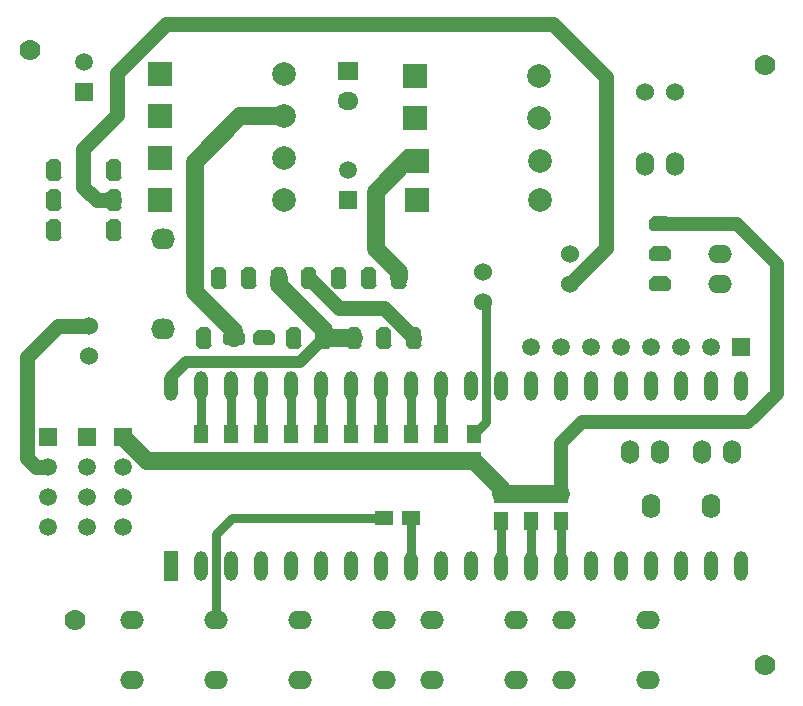
<source format=gtl>
%FSTAX23Y23*%
%MOIN*%
%SFA1B1*%

%IPPOS*%
%AMD17*
4,1,8,0.012500,0.037500,-0.012500,0.037500,-0.025000,0.025000,-0.025000,-0.025000,-0.012500,-0.037500,0.012500,-0.037500,0.025000,-0.025000,0.025000,0.025000,0.012500,0.037500,0.0*
%
%AMD18*
4,1,8,0.025000,0.025000,-0.025000,0.025000,-0.037500,0.012500,-0.037500,-0.012500,-0.025000,-0.025000,0.025000,-0.025000,0.037500,-0.012500,0.037500,0.012500,0.025000,0.025000,0.0*
%
%AMD20*
4,1,8,-0.037500,0.012500,-0.037500,-0.012500,-0.025000,-0.025000,0.025000,-0.025000,0.037500,-0.012500,0.037500,0.012500,0.025000,0.025000,-0.025000,0.025000,-0.037500,0.012500,0.0*
%
%ADD10R,0.045000X0.060000*%
%ADD11R,0.060000X0.045000*%
%ADD12C,0.030000*%
%ADD13C,0.050000*%
%ADD14C,0.060000*%
%ADD15C,0.045000*%
%ADD16C,0.040000*%
G04~CAMADD=17~4~0.0~0.0~500.0~750.0~0.0~125.0~0~0.0~0.0~0.0~0.0~0~0.0~0.0~0.0~0.0~0~0.0~0.0~0.0~0.0~500.0~750.0*
%ADD17D17*%
G04~CAMADD=18~4~0.0~0.0~750.0~500.0~0.0~125.0~0~0.0~0.0~0.0~0.0~0~0.0~0.0~0.0~0.0~0~0.0~0.0~0.0~0.0~750.0~500.0*
%ADD18D18*%
%ADD19O,0.080000X0.070000*%
G04~CAMADD=20~4~0.0~0.0~500.0~750.0~0.0~125.0~0~0.0~0.0~0.0~0.0~0~0.0~0.0~0.0~0.0~0~0.0~0.0~0.0~90.0~750.0~500.0*
%ADD20D20*%
%ADD21O,0.060000X0.080000*%
%ADD22O,0.080000X0.060000*%
%ADD23O,0.080000X0.060000*%
%ADD24C,0.060000*%
%ADD25R,0.059000X0.059000*%
%ADD26C,0.059000*%
%ADD27C,0.079000*%
%ADD28R,0.079000X0.079000*%
%ADD29O,0.045000X0.100000*%
%ADD30R,0.045000X0.100000*%
%ADD31O,0.062000X0.082000*%
%ADD32O,0.070000X0.060000*%
%ADD33R,0.070000X0.060000*%
%ADD34R,0.059000X0.059000*%
%ADD35C,0.070000*%
%LNxiaochequdongban-1*%
%LPD*%
G54D10*
X0378Y0352D03*
Y0343D03*
X0367D03*
Y0352D03*
X0287D03*
Y0343D03*
X0297Y0352D03*
Y0343D03*
X0307Y0352D03*
Y0343D03*
X0317Y0352D03*
Y0343D03*
X0327Y0352D03*
Y0343D03*
X0337Y0352D03*
Y0343D03*
X0347Y0352D03*
Y0343D03*
X0357Y0352D03*
Y0343D03*
X0407Y0323D03*
Y0332D03*
X0397Y0323D03*
Y0332D03*
X0387Y0323D03*
Y0332D03*
G54D11*
X0348Y0324D03*
X0357D03*
G54D12*
X0381Y0396D02*
X0382Y0395D01*
Y0356D02*
Y0395D01*
X0378Y0352D02*
X0382Y0356D01*
X0317Y0352D02*
Y0368D01*
X0307Y0352D02*
Y0368D01*
X0297Y0352D02*
Y0368D01*
X0287Y0352D02*
Y0368D01*
X0407Y0308D02*
Y0323D01*
X0397Y0308D02*
Y0323D01*
X0387Y0308D02*
Y0323D01*
X0367Y0352D02*
Y0368D01*
X0357Y0352D02*
Y0368D01*
X0347Y0352D02*
Y0368D01*
X0337Y0352D02*
Y0368D01*
X0327Y0352D02*
Y0368D01*
X0292Y029D02*
Y03186D01*
X02974Y0324*
X0348*
X0357Y0308D02*
Y0324D01*
G54D13*
X02522Y043D02*
X0258D01*
X02477Y04345D02*
X02522Y043D01*
X02477Y04345D02*
Y0447D01*
X02591Y04584*
Y04725*
X02754Y04888*
X02319Y0341D02*
X0236D01*
X02289Y0344D02*
X02319Y0341D01*
X02289Y0344D02*
Y03778D01*
X02754Y04888D02*
X04042D01*
X0422Y0471*
Y0414D02*
Y0471D01*
X041Y0402D02*
X0422Y0414D01*
X03479Y03941D02*
X0358Y0384D01*
X03329Y03941D02*
X03479D01*
X0323Y0404D02*
X03329Y03941D01*
X02393Y03882D02*
X02497D01*
X02289Y03778D02*
X02393Y03882D01*
G54D14*
X0298Y0384D02*
Y03864D01*
X02849Y03995D02*
X0298Y03864D01*
X02849Y03995D02*
Y04428D01*
X0328Y0384D02*
Y03866D01*
X0313Y04016D02*
X0328Y03866D01*
X0313Y04016D02*
Y0404D01*
X0353D02*
Y0406D01*
X03453Y04137D02*
X0353Y0406D01*
X0328Y0384D02*
X0338D01*
X03001Y0458D02*
X03146D01*
X02849Y04428D02*
X03001Y0458D01*
X0397Y0332D02*
X0407D01*
X0387D02*
X0397D01*
X0367Y0343D02*
X0378D01*
X0357D02*
X0367D01*
X0347D02*
X0357D01*
X0337D02*
X0347D01*
X0327D02*
X0337D01*
X0317D02*
X0327D01*
X0307D02*
X0317D01*
X0297D02*
X0307D01*
X0287D02*
X0297D01*
X0387Y0332D02*
Y0334D01*
X0378Y0343D02*
X0387Y0334D01*
X0261Y0351D02*
X0269Y0343D01*
X0287*
X03453Y04137D02*
Y04328D01*
X03565Y0444*
X03594*
G54D15*
X0407Y0332D02*
Y03489D01*
X0414Y03559*
X04694*
X0479Y03655*
Y04088*
X04658Y0422D02*
X0479Y04088D01*
X044Y0422D02*
X04658D01*
G54D16*
X03201Y03761D02*
X0328Y0384D01*
X02821Y03761D02*
X03201D01*
X0277Y0371D02*
X02821Y03761D01*
X0277Y0368D02*
Y0371D01*
G54D17*
X0288Y0384D03*
X0293Y0404D03*
X0303D03*
X0313D03*
X0318Y0384D03*
X0323Y0404D03*
X0328Y0384D03*
X0333Y0404D03*
X0338Y0384D03*
X0343Y0404D03*
X0348Y0384D03*
X0353Y0404D03*
X0358Y0384D03*
X0238Y044D03*
Y043D03*
Y042D03*
X0258D03*
Y043D03*
Y044D03*
G54D18*
X0298Y0384D03*
X0308D03*
G54D19*
X02743Y04169D03*
Y03869D03*
G54D20*
X044Y0422D03*
Y0412D03*
Y0402D03*
G54D21*
X0445Y0442D03*
X0435D03*
X0454Y0346D03*
X0464D03*
X044D03*
X043D03*
G54D22*
X0364Y029D03*
X0292D03*
X0264D03*
X0292Y027D03*
X0264D03*
X032D03*
X0348D03*
X032Y029D03*
X0348D03*
X0364Y027D03*
X0392D03*
Y029D03*
X0408Y027D03*
X0436D03*
X0408Y029D03*
X0436D03*
G54D23*
X046Y0402D03*
Y0412D03*
G54D24*
X041Y0402D03*
Y0412D03*
X02497Y03782D03*
Y03882D03*
X0381Y0396D03*
Y0406D03*
X0445Y0466D03*
X0435D03*
G54D25*
X0248Y0466D03*
X0236Y0351D03*
X0249D03*
X0261D03*
X0336Y043D03*
G54D26*
X0248Y0476D03*
X0236Y0321D03*
Y0331D03*
Y0341D03*
X0249Y0321D03*
Y0331D03*
Y0341D03*
X0261Y0321D03*
Y0331D03*
Y0341D03*
X0457Y0381D03*
X0447D03*
X0437D03*
X0427D03*
X0417D03*
X0407D03*
X0397D03*
X0336Y044D03*
G54D27*
X03146Y0444D03*
Y043D03*
Y0458D03*
Y0472D03*
X03996Y04715D03*
Y04575D03*
X04001Y043D03*
Y0443D03*
G54D28*
X02734Y0444D03*
Y043D03*
Y0458D03*
Y0472D03*
X03584Y04715D03*
Y04575D03*
X03589Y043D03*
Y0443D03*
G54D29*
X0467Y0368D03*
X0457D03*
X0447D03*
X0437D03*
X0427D03*
X0417D03*
X0407D03*
X0397D03*
X0387D03*
X0377D03*
X0367D03*
X0357D03*
X0347D03*
X0337D03*
X0327D03*
X0317D03*
X0307D03*
X0297D03*
X0287D03*
X0277D03*
X0467Y0308D03*
X0457D03*
X0447D03*
X0437D03*
X0427D03*
X0417D03*
X0407D03*
X0397D03*
X0387D03*
X0377D03*
X0367D03*
X0357D03*
X0347D03*
X0337D03*
X0327D03*
X0317D03*
X0307D03*
X0297D03*
X0287D03*
G54D30*
X0277Y0308D03*
G54D31*
X0457Y0328D03*
X0437D03*
G54D32*
X0336Y0463D03*
G54D33*
X0336Y0473D03*
G54D34*
X0467Y0381D03*
G54D35*
X0475Y0475D03*
X023Y048D03*
X0245Y029D03*
X0475Y0275D03*
M02*
</source>
